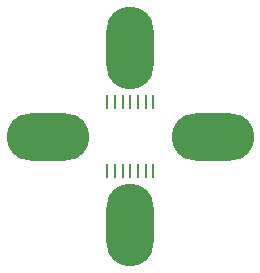
<source format=gbr>
%TF.GenerationSoftware,KiCad,Pcbnew,7.0.10*%
%TF.CreationDate,2024-01-07T23:47:08-08:00*%
%TF.ProjectId,AS5048B,41533530-3438-4422-9e6b-696361645f70,rev?*%
%TF.SameCoordinates,Original*%
%TF.FileFunction,Soldermask,Top*%
%TF.FilePolarity,Negative*%
%FSLAX46Y46*%
G04 Gerber Fmt 4.6, Leading zero omitted, Abs format (unit mm)*
G04 Created by KiCad (PCBNEW 7.0.10) date 2024-01-07 23:47:08*
%MOMM*%
%LPD*%
G01*
G04 APERTURE LIST*
%ADD10O,7.000000X4.000000*%
%ADD11O,4.000000X7.000000*%
%ADD12R,0.254000X1.308100*%
G04 APERTURE END LIST*
D10*
%TO.C,REF\u002A\u002A*%
X143000000Y-150000000D03*
D11*
X150000000Y-142500000D03*
X150000000Y-157500000D03*
D10*
X157000000Y-150000000D03*
%TD*%
D12*
%TO.C,Q1*%
X148049999Y-152901950D03*
X148700000Y-152901950D03*
X149350001Y-152901950D03*
X150000000Y-152901950D03*
X150649999Y-152901950D03*
X151300000Y-152901950D03*
X151949999Y-152901950D03*
X151950001Y-147098050D03*
X151300000Y-147098050D03*
X150650001Y-147098050D03*
X150000000Y-147098050D03*
X149350001Y-147098050D03*
X148700000Y-147098050D03*
X148050001Y-147098050D03*
%TD*%
M02*

</source>
